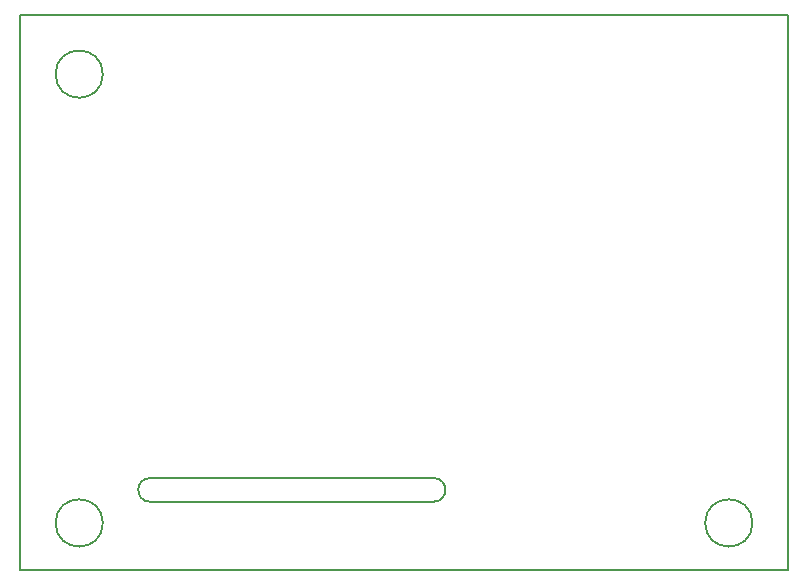
<source format=gbr>
G04 #@! TF.GenerationSoftware,KiCad,Pcbnew,(5.0.2)-1*
G04 #@! TF.CreationDate,2020-02-24T21:14:20+01:00*
G04 #@! TF.ProjectId,Poziomica 1.0,506f7a69-6f6d-4696-9361-20312e302e6b,rev?*
G04 #@! TF.SameCoordinates,Original*
G04 #@! TF.FileFunction,Profile,NP*
%FSLAX46Y46*%
G04 Gerber Fmt 4.6, Leading zero omitted, Abs format (unit mm)*
G04 Created by KiCad (PCBNEW (5.0.2)-1) date 24.02.2020 21:14:20*
%MOMM*%
%LPD*%
G01*
G04 APERTURE LIST*
%ADD10C,0.150000*%
G04 APERTURE END LIST*
D10*
X62000000Y-43000000D02*
G75*
G03X62000000Y-43000000I-2000000J0D01*
G01*
X7000000Y-5000000D02*
G75*
G03X7000000Y-5000000I-2000000J0D01*
G01*
X7000000Y-43000000D02*
G75*
G03X7000000Y-43000000I-2000000J0D01*
G01*
X11000000Y-41200000D02*
X35000000Y-41200000D01*
X35000000Y-39200000D02*
X11000000Y-39200000D01*
X35000000Y-39200000D02*
G75*
G02X35000000Y-41200000I0J-1000000D01*
G01*
X11000000Y-41200000D02*
G75*
G02X11000000Y-39200000I0J1000000D01*
G01*
X65000000Y-47000000D02*
X14986000Y-47000000D01*
X0Y-47000000D02*
X14986000Y-47000000D01*
X0Y-47000000D02*
X0Y0D01*
X65000000Y0D02*
X65000000Y-47000000D01*
X0Y0D02*
X65000000Y0D01*
M02*

</source>
